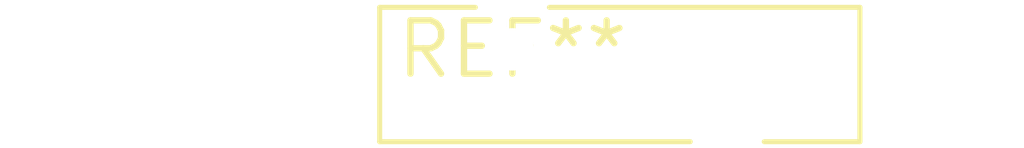
<source format=kicad_pcb>
(kicad_pcb (version 20240108) (generator pcbnew)
  (layers (0 "F.Cu" signal) (31 "B.Cu" signal) (34 "B.Paste" user) (35 "F.Paste" user) (36 "B.SilkS" user "B.Silkscreen") (37 "F.SilkS" user "F.Silkscreen") (38 "B.Mask" user) (39 "F.Mask" user) (44 "Edge.Cuts" user))
  (net 0 "")
  (footprint "Fuse_Bourns_MF-RHT600" (layer "F.Cu") (at 0 0)
    (property "Reference" "REF**")
    (property "Value" "Fuse_Bourns_MF-RHT600")
    (fp_line (start -3.15 -1) (end -3.15 2.2) (layer "F.SilkS") (stroke (width 0.12)))
    (fp_line (start -3.15 -1) (end -0.879 -1) (layer "F.SilkS") (stroke (width 0.12)))
    (fp_line (start -3.15 2.2) (end 4.222 2.2) (layer "F.SilkS") (stroke (width 0.12)))
    (fp_line (start 0.879 -1) (end 8.25 -1) (layer "F.SilkS") (stroke (width 0.12)))
    (fp_line (start 5.979 2.2) (end 8.25 2.2) (layer "F.SilkS") (stroke (width 0.12)))
    (fp_line (start 8.25 -1) (end 8.25 2.2) (layer "F.SilkS") (stroke (width 0.12)))
    (pad "1" thru_hole circle (at 0 0) (size 2.01 2.01) (drill 1.01) (layers *.Cu *.Mask) (remove_unused_layers))
    (pad "2" thru_hole circle (at 5.1 1.2) (size 2.01 2.01) (drill 1.01) (layers *.Cu *.Mask) (remove_unused_layers))
  )
)
</source>
